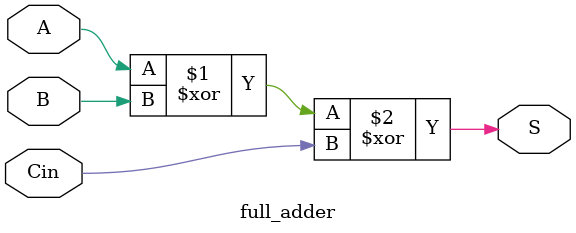
<source format=v>
module full_adder (S, A, B, Cin);

input A, B, Cin;
output S;

xor Sresult(S, A, B, Cin);

endmodule
</source>
